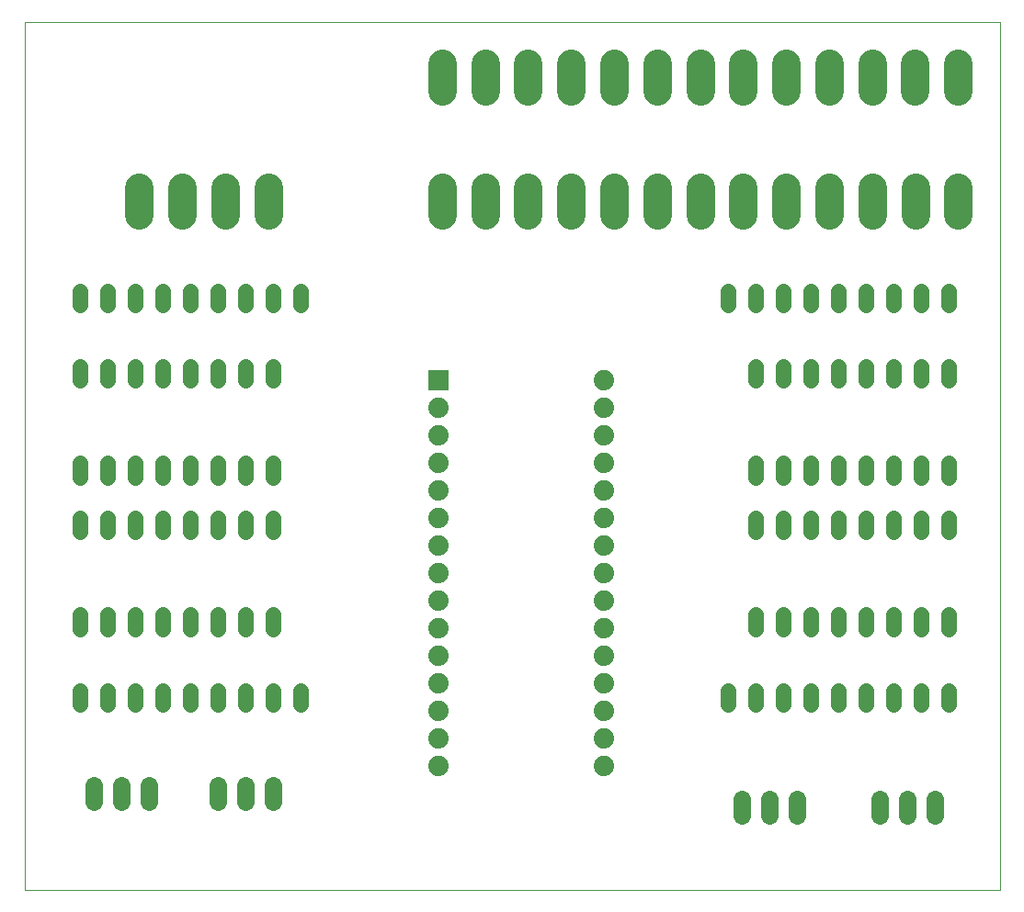
<source format=gbs>
G75*
%MOIN*%
%OFA0B0*%
%FSLAX25Y25*%
%IPPOS*%
%LPD*%
%AMOC8*
5,1,8,0,0,1.08239X$1,22.5*
%
%ADD10C,0.00000*%
%ADD11C,0.06337*%
%ADD12C,0.05600*%
%ADD13R,0.07400X0.07400*%
%ADD14C,0.07400*%
%ADD15C,0.10439*%
%ADD16C,0.10300*%
D10*
X0011800Y0011800D02*
X0011800Y0327076D01*
X0365501Y0327076D01*
X0365501Y0011800D01*
X0011800Y0011800D01*
D11*
X0036800Y0043831D02*
X0036800Y0049769D01*
X0046800Y0049769D02*
X0046800Y0043831D01*
X0056800Y0043831D02*
X0056800Y0049769D01*
X0081800Y0049769D02*
X0081800Y0043831D01*
X0091800Y0043831D02*
X0091800Y0049769D01*
X0101800Y0049769D02*
X0101800Y0043831D01*
X0271800Y0044769D02*
X0271800Y0038831D01*
X0281800Y0038831D02*
X0281800Y0044769D01*
X0291800Y0044769D02*
X0291800Y0038831D01*
X0321800Y0038831D02*
X0321800Y0044769D01*
X0331800Y0044769D02*
X0331800Y0038831D01*
X0341800Y0038831D02*
X0341800Y0044769D01*
D12*
X0336800Y0079200D02*
X0336800Y0084400D01*
X0326800Y0084400D02*
X0326800Y0079200D01*
X0316800Y0079200D02*
X0316800Y0084400D01*
X0306800Y0084400D02*
X0306800Y0079200D01*
X0296800Y0079200D02*
X0296800Y0084400D01*
X0286800Y0084400D02*
X0286800Y0079200D01*
X0276800Y0079200D02*
X0276800Y0084400D01*
X0266800Y0084400D02*
X0266800Y0079200D01*
X0276800Y0106600D02*
X0276800Y0111800D01*
X0286800Y0111800D02*
X0286800Y0106600D01*
X0296800Y0106600D02*
X0296800Y0111800D01*
X0306800Y0111800D02*
X0306800Y0106600D01*
X0316800Y0106600D02*
X0316800Y0111800D01*
X0326800Y0111800D02*
X0326800Y0106600D01*
X0336800Y0106600D02*
X0336800Y0111800D01*
X0346800Y0111800D02*
X0346800Y0106600D01*
X0346800Y0084400D02*
X0346800Y0079200D01*
X0346800Y0141800D02*
X0346800Y0147000D01*
X0336800Y0147000D02*
X0336800Y0141800D01*
X0326800Y0141800D02*
X0326800Y0147000D01*
X0316800Y0147000D02*
X0316800Y0141800D01*
X0306800Y0141800D02*
X0306800Y0147000D01*
X0296800Y0147000D02*
X0296800Y0141800D01*
X0286800Y0141800D02*
X0286800Y0147000D01*
X0276800Y0147000D02*
X0276800Y0141800D01*
X0276800Y0161600D02*
X0276800Y0166800D01*
X0286800Y0166800D02*
X0286800Y0161600D01*
X0296800Y0161600D02*
X0296800Y0166800D01*
X0306800Y0166800D02*
X0306800Y0161600D01*
X0316800Y0161600D02*
X0316800Y0166800D01*
X0326800Y0166800D02*
X0326800Y0161600D01*
X0336800Y0161600D02*
X0336800Y0166800D01*
X0346800Y0166800D02*
X0346800Y0161600D01*
X0346800Y0196800D02*
X0346800Y0202000D01*
X0336800Y0202000D02*
X0336800Y0196800D01*
X0326800Y0196800D02*
X0326800Y0202000D01*
X0316800Y0202000D02*
X0316800Y0196800D01*
X0306800Y0196800D02*
X0306800Y0202000D01*
X0296800Y0202000D02*
X0296800Y0196800D01*
X0286800Y0196800D02*
X0286800Y0202000D01*
X0276800Y0202000D02*
X0276800Y0196800D01*
X0276800Y0224200D02*
X0276800Y0229400D01*
X0286800Y0229400D02*
X0286800Y0224200D01*
X0296800Y0224200D02*
X0296800Y0229400D01*
X0306800Y0229400D02*
X0306800Y0224200D01*
X0316800Y0224200D02*
X0316800Y0229400D01*
X0326800Y0229400D02*
X0326800Y0224200D01*
X0336800Y0224200D02*
X0336800Y0229400D01*
X0346800Y0229400D02*
X0346800Y0224200D01*
X0266800Y0224200D02*
X0266800Y0229400D01*
X0111800Y0229400D02*
X0111800Y0224200D01*
X0101800Y0224200D02*
X0101800Y0229400D01*
X0091800Y0229400D02*
X0091800Y0224200D01*
X0081800Y0224200D02*
X0081800Y0229400D01*
X0071800Y0229400D02*
X0071800Y0224200D01*
X0061800Y0224200D02*
X0061800Y0229400D01*
X0051800Y0229400D02*
X0051800Y0224200D01*
X0041800Y0224200D02*
X0041800Y0229400D01*
X0031800Y0229400D02*
X0031800Y0224200D01*
X0031800Y0202000D02*
X0031800Y0196800D01*
X0041800Y0196800D02*
X0041800Y0202000D01*
X0051800Y0202000D02*
X0051800Y0196800D01*
X0061800Y0196800D02*
X0061800Y0202000D01*
X0071800Y0202000D02*
X0071800Y0196800D01*
X0081800Y0196800D02*
X0081800Y0202000D01*
X0091800Y0202000D02*
X0091800Y0196800D01*
X0101800Y0196800D02*
X0101800Y0202000D01*
X0101800Y0166800D02*
X0101800Y0161600D01*
X0091800Y0161600D02*
X0091800Y0166800D01*
X0081800Y0166800D02*
X0081800Y0161600D01*
X0071800Y0161600D02*
X0071800Y0166800D01*
X0061800Y0166800D02*
X0061800Y0161600D01*
X0051800Y0161600D02*
X0051800Y0166800D01*
X0041800Y0166800D02*
X0041800Y0161600D01*
X0031800Y0161600D02*
X0031800Y0166800D01*
X0031800Y0147000D02*
X0031800Y0141800D01*
X0041800Y0141800D02*
X0041800Y0147000D01*
X0051800Y0147000D02*
X0051800Y0141800D01*
X0061800Y0141800D02*
X0061800Y0147000D01*
X0071800Y0147000D02*
X0071800Y0141800D01*
X0081800Y0141800D02*
X0081800Y0147000D01*
X0091800Y0147000D02*
X0091800Y0141800D01*
X0101800Y0141800D02*
X0101800Y0147000D01*
X0101800Y0111800D02*
X0101800Y0106600D01*
X0091800Y0106600D02*
X0091800Y0111800D01*
X0081800Y0111800D02*
X0081800Y0106600D01*
X0071800Y0106600D02*
X0071800Y0111800D01*
X0061800Y0111800D02*
X0061800Y0106600D01*
X0051800Y0106600D02*
X0051800Y0111800D01*
X0041800Y0111800D02*
X0041800Y0106600D01*
X0031800Y0106600D02*
X0031800Y0111800D01*
X0031800Y0084400D02*
X0031800Y0079200D01*
X0041800Y0079200D02*
X0041800Y0084400D01*
X0051800Y0084400D02*
X0051800Y0079200D01*
X0061800Y0079200D02*
X0061800Y0084400D01*
X0071800Y0084400D02*
X0071800Y0079200D01*
X0081800Y0079200D02*
X0081800Y0084400D01*
X0091800Y0084400D02*
X0091800Y0079200D01*
X0101800Y0079200D02*
X0101800Y0084400D01*
X0111800Y0084400D02*
X0111800Y0079200D01*
D13*
X0161800Y0196800D03*
D14*
X0161800Y0186800D03*
X0161800Y0176800D03*
X0161800Y0166800D03*
X0161800Y0156800D03*
X0161800Y0146800D03*
X0161800Y0136800D03*
X0161800Y0126800D03*
X0161800Y0116800D03*
X0161800Y0106800D03*
X0161800Y0096800D03*
X0161800Y0086800D03*
X0161800Y0076800D03*
X0161800Y0066800D03*
X0161800Y0056800D03*
X0221800Y0056800D03*
X0221800Y0066800D03*
X0221800Y0076800D03*
X0221800Y0086800D03*
X0221800Y0096800D03*
X0221800Y0106800D03*
X0221800Y0116800D03*
X0221800Y0126800D03*
X0221800Y0136800D03*
X0221800Y0146800D03*
X0221800Y0156800D03*
X0221800Y0166800D03*
X0221800Y0176800D03*
X0221800Y0186800D03*
X0221800Y0196800D03*
D15*
X0225619Y0301780D02*
X0225619Y0311820D01*
X0241209Y0311820D02*
X0241209Y0301780D01*
X0256800Y0301780D02*
X0256800Y0311820D01*
X0272391Y0311820D02*
X0272391Y0301780D01*
X0287981Y0301780D02*
X0287981Y0311820D01*
X0303572Y0311820D02*
X0303572Y0301780D01*
X0319162Y0301780D02*
X0319162Y0311820D01*
X0334753Y0311820D02*
X0334753Y0301780D01*
X0350343Y0301780D02*
X0350343Y0311820D01*
X0210028Y0311820D02*
X0210028Y0301780D01*
X0194438Y0301780D02*
X0194438Y0311820D01*
X0178847Y0311820D02*
X0178847Y0301780D01*
X0163257Y0301780D02*
X0163257Y0311820D01*
D16*
X0163200Y0266750D02*
X0163200Y0256850D01*
X0178800Y0256850D02*
X0178800Y0266750D01*
X0194400Y0266750D02*
X0194400Y0256850D01*
X0210000Y0256850D02*
X0210000Y0266750D01*
X0225600Y0266750D02*
X0225600Y0256850D01*
X0241200Y0256850D02*
X0241200Y0266750D01*
X0256800Y0266750D02*
X0256800Y0256850D01*
X0272400Y0256850D02*
X0272400Y0266750D01*
X0288000Y0266750D02*
X0288000Y0256850D01*
X0303600Y0256850D02*
X0303600Y0266750D01*
X0319200Y0266750D02*
X0319200Y0256850D01*
X0334800Y0256850D02*
X0334800Y0266750D01*
X0350400Y0266750D02*
X0350400Y0256850D01*
X0100200Y0256850D02*
X0100200Y0266750D01*
X0084600Y0266750D02*
X0084600Y0256850D01*
X0069000Y0256850D02*
X0069000Y0266750D01*
X0053400Y0266750D02*
X0053400Y0256850D01*
M02*

</source>
